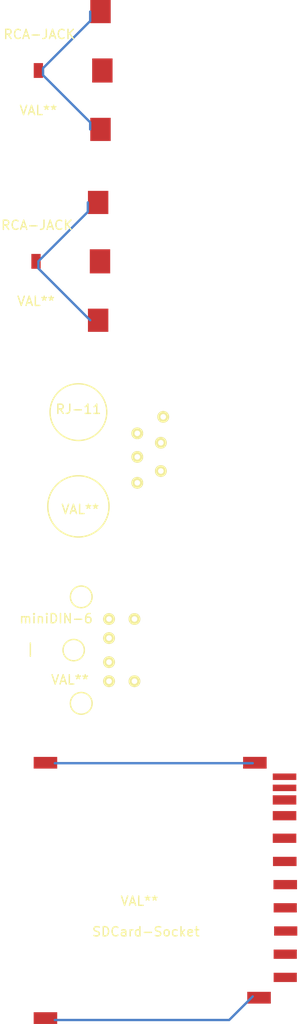
<source format=kicad_pcb>
(kicad_pcb (version 3) (host pcbnew "(2013-03-19 BZR 4004)-stable")

  (general
    (links 0)
    (no_connects 0)
    (area 0 0 0 0)
    (thickness 1.6)
    (drawings 0)
    (tracks 14)
    (zones 0)
    (modules 5)
    (nets 1)
  )

  (page A3)
  (layers
    (15 Dessus.Cu signal)
    (0 Dessous.Cu signal)
    (16 Dessous.Adhes user)
    (17 Dessus.Adhes user)
    (18 Dessous.Pate user)
    (19 Dessus.Pate user)
    (20 Dessous.SilkS user)
    (21 Dessus.SilkS user)
    (22 Dessous.Masque user)
    (23 Dessus.Masque user)
    (24 Dessin.User user)
    (25 Cmts.User user)
    (26 Eco1.User user)
    (27 Eco2.User user)
    (28 Contours.Ci user)
  )

  (setup
    (last_trace_width 0.254)
    (trace_clearance 0.254)
    (zone_clearance 0.508)
    (zone_45_only no)
    (trace_min 0.254)
    (segment_width 0.2)
    (edge_width 0.15)
    (via_size 0.889)
    (via_drill 0.635)
    (via_min_size 0.889)
    (via_min_drill 0.508)
    (uvia_size 0.508)
    (uvia_drill 0.127)
    (uvias_allowed no)
    (uvia_min_size 0.508)
    (uvia_min_drill 0.127)
    (pcb_text_width 0.3)
    (pcb_text_size 1 1)
    (mod_edge_width 0.15)
    (mod_text_size 1 1)
    (mod_text_width 0.15)
    (pad_size 1.27 1.27)
    (pad_drill 0.6)
    (pad_to_mask_clearance 0)
    (aux_axis_origin 0 0)
    (visible_elements 7FFFFFFF)
    (pcbplotparams
      (layerselection 3178497)
      (usegerberextensions true)
      (excludeedgelayer true)
      (linewidth 152400)
      (plotframeref false)
      (viasonmask false)
      (mode 1)
      (useauxorigin false)
      (hpglpennumber 1)
      (hpglpenspeed 20)
      (hpglpendiameter 15)
      (hpglpenoverlay 2)
      (psnegative false)
      (psa4output false)
      (plotreference true)
      (plotvalue true)
      (plotothertext true)
      (plotinvisibletext false)
      (padsonsilk false)
      (subtractmaskfromsilk false)
      (outputformat 1)
      (mirror false)
      (drillshape 1)
      (scaleselection 1)
      (outputdirectory ""))
  )

  (net 0 "")

  (net_class Default "Ceci est la Netclass par défaut"
    (clearance 0.254)
    (trace_width 0.254)
    (via_dia 0.889)
    (via_drill 0.635)
    (uvia_dia 0.508)
    (uvia_drill 0.127)
    (add_net "")
  )

  (module RCA-JACK (layer Dessus.Cu) (tedit 52237D2E) (tstamp 52237D5F)
    (at 151.638 84.074)
    (fp_text reference RCA-JACK (at 0.1 -3.9) (layer Dessus.SilkS)
      (effects (font (size 1 1) (thickness 0.15)))
    )
    (fp_text value VAL** (at 0 4.3) (layer Dessus.SilkS)
      (effects (font (size 1 1) (thickness 0.15)))
    )
    (pad gnd1 smd rect (at 0 0) (size 1 1.6)
      (layers Dessus.Cu Dessus.Pate Dessus.Masque)
    )
    (pad 1 smd rect (at 6.9 0) (size 2.2 2.6)
      (layers Dessus.Cu Dessus.Pate Dessus.Masque)
    )
    (pad gnd2 smd rect (at 6.7 -6.35) (size 2.2 2.5)
      (layers Dessus.Cu Dessus.Pate Dessus.Masque)
    )
    (pad gnd3 smd rect (at 6.7 6.35) (size 2.2 2.5)
      (layers Dessus.Cu Dessus.Pate Dessus.Masque)
    )
  )

  (module RCA-JACK (layer Dessus.Cu) (tedit 52237D2E) (tstamp 52237D6E)
    (at 151.384 104.648)
    (fp_text reference RCA-JACK (at 0.1 -3.9) (layer Dessus.SilkS)
      (effects (font (size 1 1) (thickness 0.15)))
    )
    (fp_text value VAL** (at 0 4.3) (layer Dessus.SilkS)
      (effects (font (size 1 1) (thickness 0.15)))
    )
    (pad gnd1 smd rect (at 0 0) (size 1 1.6)
      (layers Dessus.Cu Dessus.Pate Dessus.Masque)
    )
    (pad 1 smd rect (at 6.9 0) (size 2.2 2.6)
      (layers Dessus.Cu Dessus.Pate Dessus.Masque)
    )
    (pad gnd2 smd rect (at 6.7 -6.35) (size 2.2 2.5)
      (layers Dessus.Cu Dessus.Pate Dessus.Masque)
    )
    (pad gnd3 smd rect (at 6.7 6.35) (size 2.2 2.5)
      (layers Dessus.Cu Dessus.Pate Dessus.Masque)
    )
  )

  (module SDCard-Socket (layer Dessus.Cu) (tedit 52237A18) (tstamp 5223D540)
    (at 179.832 172.466 180)
    (fp_text reference SDCard-Socket (at 16.6 -4.45 180) (layer Dessus.SilkS)
      (effects (font (size 1 1) (thickness 0.15)))
    )
    (fp_text value VAL** (at 17.3 -1.15 180) (layer Dessus.SilkS)
      (effects (font (size 1 1) (thickness 0.15)))
    )
    (pad 4 smd rect (at 1.5748 0.625 180) (size 2.54 1)
      (layers Dessus.Cu Dessus.Pate Dessus.Masque)
    )
    (pad 3 smd rect (at 1.5748 -1.875 180) (size 2.5 1)
      (layers Dessus.Cu Dessus.Pate Dessus.Masque)
    )
    (pad 2 smd rect (at 1.524 -4.375 180) (size 2.5 1)
      (layers Dessus.Cu Dessus.Pate Dessus.Masque)
    )
    (pad 1 smd rect (at 1.5748 -6.875 180) (size 2.5 1)
      (layers Dessus.Cu Dessus.Pate Dessus.Masque)
    )
    (pad 9 smd rect (at 1.5748 -9.375 180) (size 2.5 1)
      (layers Dessus.Cu Dessus.Pate Dessus.Masque)
    )
    (pad 5 smd rect (at 1.6256 3.125 180) (size 2.54 1)
      (layers Dessus.Cu Dessus.Pate Dessus.Masque)
    )
    (pad 6 smd rect (at 1.65 5.625 180) (size 2.54 1)
      (layers Dessus.Cu Dessus.Pate Dessus.Masque)
    )
    (pad 7 smd rect (at 1.65 8.055 180) (size 2.54 1)
      (layers Dessus.Cu Dessus.Pate Dessus.Masque)
    )
    (pad 8 smd rect (at 1.65 9.755 180) (size 2.54 1)
      (layers Dessus.Cu Dessus.Pate Dessus.Masque)
    )
    (pad 10 smd rect (at 1.65 11.055 180) (size 2.54 0.7)
      (layers Dessus.Cu Dessus.Pate Dessus.Masque)
    )
    (pad 11 smd rect (at 1.65 12.255 180) (size 2.54 0.7)
      (layers Dessus.Cu Dessus.Pate Dessus.Masque)
    )
    (pad gnd smd rect (at 4.4 -11.565 180) (size 2.54 1.27)
      (layers Dessus.Cu Dessus.Pate Dessus.Masque)
    )
    (pad gnd smd rect (at 4.85 13.765 180) (size 2.54 1.27)
      (layers Dessus.Cu Dessus.Pate Dessus.Masque)
    )
    (pad gnd smd rect (at 27.43 -13.765 180) (size 2.54 1.27)
      (layers Dessus.Cu Dessus.Pate Dessus.Masque)
    )
    (pad gnd smd rect (at 27.43 13.765 180) (size 2.54 1.26)
      (layers Dessus.Cu Dessus.Pate Dessus.Masque)
    )
  )

  (module RJ-11 (layer Dessus.Cu) (tedit 52237F4B) (tstamp 5223D7F9)
    (at 155.956 125.984)
    (fp_text reference RJ-11 (at 0 -5.4) (layer Dessus.SilkS)
      (effects (font (size 1 1) (thickness 0.15)))
    )
    (fp_text value VAL** (at 0.2 5.4) (layer Dessus.SilkS)
      (effects (font (size 1 1) (thickness 0.15)))
    )
    (fp_circle (center 0 -5.08) (end 3.048 -4.826) (layer Dessus.SilkS) (width 0.15))
    (fp_circle (center 0 5.08) (end 3.302 5.08) (layer Dessus.SilkS) (width 0.15))
    (fp_circle (center 0 5.08) (end 3.302 5.08) (layer Dessus.SilkS) (width 0.15))
    (pad 1 thru_hole circle (at 6.35 2.54) (size 1.27 1.27) (drill 0.6)
      (layers *.Cu *.Mask Dessus.SilkS)
    )
    (pad 2 thru_hole circle (at 8.89 1.27) (size 1.27 1.27) (drill 0.6)
      (layers *.Cu *.Mask Dessus.SilkS)
    )
    (pad 3 thru_hole circle (at 6.35 -0.254) (size 1.27 1.27) (drill 0.6)
      (layers *.Cu *.Mask Dessus.SilkS)
    )
    (pad 4 thru_hole circle (at 8.89 -1.778) (size 1.27 1.27) (drill 0.6)
      (layers *.Cu *.Mask Dessus.SilkS)
    )
    (pad 5 thru_hole circle (at 6.35 -2.794) (size 1.27 1.27) (drill 0.6)
      (layers *.Cu *.Mask Dessus.SilkS)
    )
    (pad 6 thru_hole circle (at 9.144 -4.572) (size 1.27 1.27) (drill 0.6)
      (layers *.Cu *.Mask Dessus.SilkS)
    )
  )

  (module miniDIN-6 (layer Dessus.Cu) (tedit 52237F6F) (tstamp 5223D813)
    (at 155.448 146.558)
    (fp_text reference miniDIN-6 (at -1.9 -3.4) (layer Dessus.SilkS)
      (effects (font (size 1 1) (thickness 0.15)))
    )
    (fp_text value VAL** (at -0.4 3.2) (layer Dessus.SilkS)
      (effects (font (size 1 1) (thickness 0.15)))
    )
    (fp_line (start -4.6736 -0.762) (end -4.6736 0.6604) (layer Dessus.SilkS) (width 0.15))
    (fp_circle (center 0.8128 5.7404) (end 1.9812 5.842) (layer Dessus.SilkS) (width 0.15))
    (fp_circle (center 0.8128 -5.7404) (end 1.9812 -5.6896) (layer Dessus.SilkS) (width 0.15))
    (fp_circle (center 0 0) (end -1.143 0.127) (layer Dessus.SilkS) (width 0.15))
    (pad 2 thru_hole circle (at 3.81 1.2954) (size 1.27 1.27) (drill 0.6)
      (layers *.Cu *.Mask Dessus.SilkS)
    )
    (pad 1 thru_hole circle (at 3.81 -1.2954) (size 1.27 1.27) (drill 0.6)
      (layers *.Cu *.Mask Dessus.SilkS)
    )
    (pad 4 thru_hole circle (at 3.81 3.3528) (size 1.27 1.27) (drill 0.6)
      (layers *.Cu *.Mask Dessus.SilkS)
    )
    (pad 3 thru_hole circle (at 3.81 -3.3528) (size 1.27 1.27) (drill 0.6)
      (layers *.Cu *.Mask Dessus.SilkS)
    )
    (pad 6 thru_hole circle (at 6.5532 3.3528) (size 1.27 1.27) (drill 0.6)
      (layers *.Cu *.Mask Dessus.SilkS)
    )
    (pad 5 thru_hole circle (at 6.5532 -3.3528) (size 1.27 1.27) (drill 0.6)
      (layers *.Cu *.Mask Dessus.SilkS)
    )
  )

  (segment (start 153.416 186.436) (end 172.212 186.436) (width 0.254) (layer Dessous.Cu) (net 0))
  (segment (start 172.212 186.436) (end 174.752 183.896) (width 0.254) (layer Dessous.Cu) (net 0) (tstamp 5223D864))
  (segment (start 153.416 158.75) (end 174.752 158.75) (width 0.254) (layer Dessous.Cu) (net 0))
  (segment (start 174.752 158.75) (end 173.99 158.75) (width 0.254) (layer Dessous.Cu) (net 0) (tstamp 5223D861))
  (segment (start 156.972 98.298) (end 156.972 99.314) (width 0.254) (layer Dessous.Cu) (net 0))
  (segment (start 151.638 105.41) (end 157.226 110.998) (width 0.254) (layer Dessous.Cu) (net 0) (tstamp 5223D83B))
  (segment (start 151.638 104.648) (end 151.638 105.41) (width 0.254) (layer Dessous.Cu) (net 0) (tstamp 5223D83A))
  (segment (start 156.972 99.314) (end 151.638 104.648) (width 0.254) (layer Dessous.Cu) (net 0) (tstamp 5223D838))
  (segment (start 157.226 90.424) (end 157.226 89.662) (width 0.254) (layer Dessous.Cu) (net 0))
  (segment (start 157.226 78.74) (end 157.226 77.724) (width 0.254) (layer Dessous.Cu) (net 0))
  (segment (start 152.146 83.82) (end 152.146 84.074) (width 0.254) (layer Dessous.Cu) (net 0) (tstamp 5223D82A))
  (segment (start 157.226 78.74) (end 152.146 83.82) (width 0.254) (layer Dessous.Cu) (net 0) (tstamp 5223D828))
  (segment (start 152.146 84.582) (end 152.146 84.074) (width 0.254) (layer Dessous.Cu) (net 0) (tstamp 5223D834))
  (segment (start 157.226 89.662) (end 152.146 84.582) (width 0.254) (layer Dessous.Cu) (net 0) (tstamp 5223D833))

)

</source>
